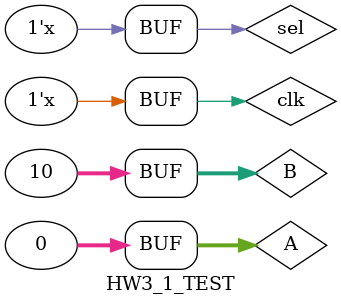
<source format=v>
`timescale 1ns / 1ps
module HW3_1_TEST();
reg clk,sel;
reg [31:0]A;
reg [31:0]B;
wire [31:0]F;
HW3_1 UUT(clk,A,B,F,sel);
initial begin
#0 clk=0;A=344;B=23;sel=0;;
#100 A=34;B=283;
#200 A=0;B=10;
end
always #10 clk=~clk;
always #50 sel=~sel;
endmodule

</source>
